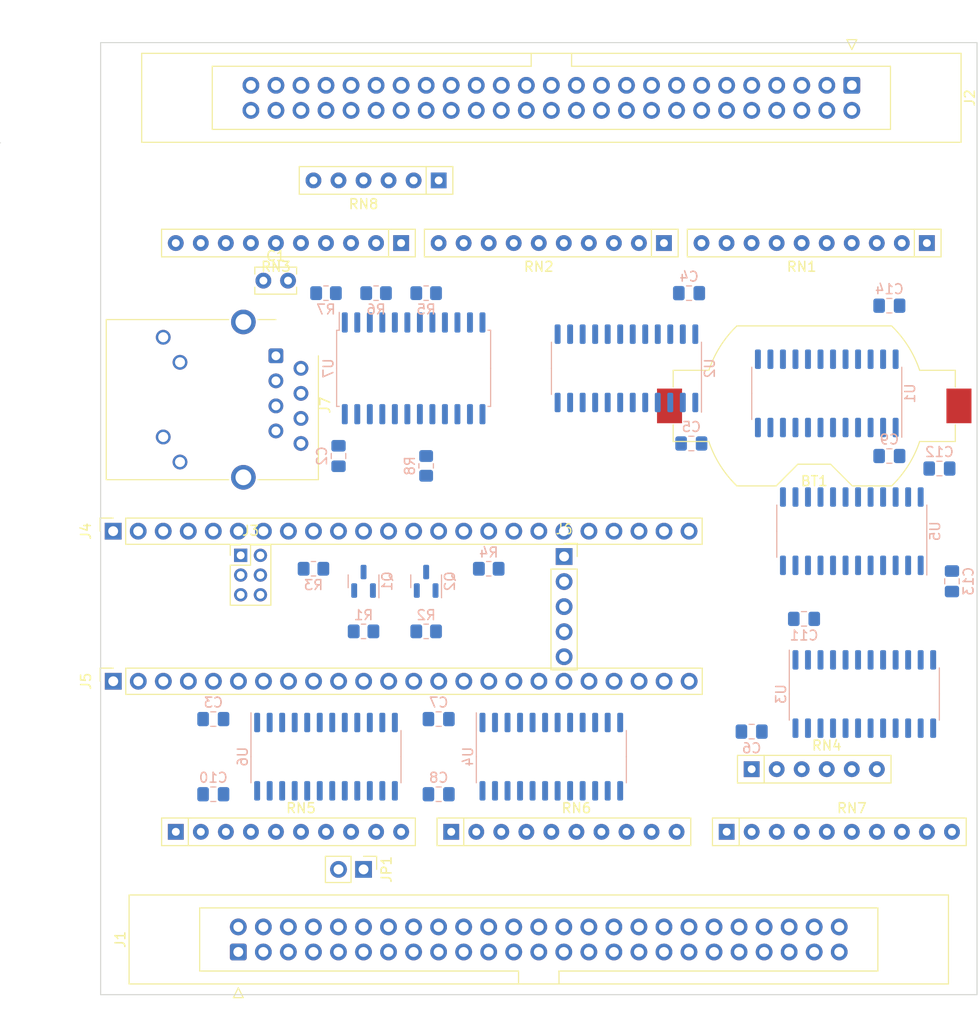
<source format=kicad_pcb>
(kicad_pcb (version 20211014) (generator pcbnew)
  (layers (0 "F.Cu" signal) (31 "B.Cu" signal) (34 "B.Paste" user) (35 "F.Paste" user) (36 "B.SilkS" user "B.Silkscreen") (37 "F.SilkS" user "F.Silkscreen") (38 "B.Mask" user) (39 "F.Mask" user) (44 "Edge.Cuts" user))
  (net 0 "")
  (net 1 "GNDREF")
  (net 2 "IFBY")
  (net 3 "ILWD")
  (net 4 "IW4")
  (net 5 "IGO")
  (net 6 "IW0")
  (net 7 "IW1")
  (net 8 "ISGL")
  (net 9 "ILOL")
  (net 10 "IREV")
  (net 11 "IREW")
  (net 12 "IWP")
  (net 13 "IW7")
  (net 14 "IW3")
  (net 15 "IW6")
  (net 16 "IW2")
  (net 17 "IW5")
  (net 18 "IWRT")
  (net 19 "IRTH2")
  (net 20 "IEDIT")
  (net 21 "IERASE")
  (net 22 "IWFM")
  (net 23 "IRTH1")
  (net 24 "ITAD0")
  (net 25 "IR2")
  (net 26 "IR3")
  (net 27 "IRP")
  (net 28 "IR0")
  (net 29 "IR1")
  (net 30 "ILDP")
  (net 31 "IR4")
  (net 32 "IR7")
  (net 33 "IR6")
  (net 34 "IHER")
  (net 35 "IFMK")
  (net 36 "IDENT")
  (net 37 "IFEN")
  (net 38 "IR5")
  (net 39 "IEOT")
  (net 40 "IOFL")
  (net 41 "INRZ")
  (net 42 "IRDY")
  (net 43 "IRWD")
  (net 44 "IFPT")
  (net 45 "IRSTR")
  (net 46 "IWSTR")
  (net 47 "IDBY")
  (net 48 "ISPEED")
  (net 49 "ICER")
  (net 50 "IONL")
  (net 51 "ITAD1")
  (net 52 "IFAD")
  (net 53 "IDEN")
  (net 54 "Net-(BT1-Pad1)")
  (net 55 "+3V3")
  (net 56 "ETHERNET_TM")
  (net 57 "+5V")
  (net 58 "ETHERNET_TP")
  (net 59 "ETHERNET_LED")
  (net 60 "ETHERNET_G")
  (net 61 "ETHERNET_RP")
  (net 62 "ETHERNET_RM")
  (net 63 "Net-(C1-Pad1)")
  (net 64 "Net-(Q1-Pad3)")
  (net 65 "LVIW6")
  (net 66 "Net-(Q2-Pad3)")
  (net 67 "LVIW7")
  (net 68 "Net-(R6-Pad1)")
  (net 69 "Net-(R5-Pad1)")
  (net 70 "LVIW4")
  (net 79 "LVIW5")
  (net 85 "Net-(R8-Pad1)")
  (net 86 "LVIR7")
  (net 87 "LVIR6")
  (net 88 "LVIR1")
  (net 89 "LVIR0")
  (net 90 "LVIR4")
  (net 91 "LVIR5")
  (net 92 "LVILWD")
  (net 93 "LVIR2")
  (net 94 "LVIR3")
  (net 95 "LVIW2")
  (net 96 "LVIW3")
  (net 97 "LVIWSTR")
  (net 98 "LVIRSTR")
  (net 99 "LVIHER")
  (net 100 "LVICER")
  (net 101 "LVIFBY")
  (net 102 "LVIFMK")
  (net 103 "LVIRP")
  (net 104 "LVIRDY")
  (net 105 "DIRA")
  (net 107 "LVIDBY")
  (net 108 "~{LPI2C4_INT}")
  (net 109 "LVIGO")
  (net 110 "LVIWP")
  (net 111 "LVIREW")
  (net 112 "LVIREV")
  (net 113 "LVIWRT")
  (net 114 "LVIEDIT")
  (net 115 "LVIERASE")
  (net 116 "LPI2C4_SCL")
  (net 117 "LPI2C4_SDA")
  (net 118 "LVIW1")
  (net 119 "LVIW0")
  (net 120 "DIRB")
  (net 121 "OEA")
  (net 122 "LVIOFL")
  (net 123 "LVIEOT")
  (net 124 "LVIWFM")
  (net 125 "Net-(JP1-Pad2)")
  (footprint "pertec_arduino_adapter:RJ45_Cetus_J1B1211CCD_Horizontal" (layer "F.Cu") (at 104.14 69.85 -90)
    (fp_text reference "J7")
    (fp_text value "RJ45_Cetus_J1B1211CCD")
  )
  (footprint "pertec_arduino_adapter:PinSocket_1x24_P2.54mm_Vertical" (layer "F.Cu") (at 87.63 87.63 90)
    (fp_text reference "J4")
    (fp_text value "Conn_01x24")
  )
  (footprint "pertec_arduino_adapter:IDC-Header_2x25_P2.54mm_Latch_Vertical" (layer "F.Cu") (at 100.325 130.2925 90)
    (fp_text reference "J1")
    (fp_text value "Conn_02x25_Odd_Even")
  )
  (footprint "pertec_arduino_adapter:PinSocket_2x03_P2.00mm_Vertical_Mirror" (layer "F.Cu") (at 100.6 90.08)
    (fp_text reference "J3")
    (fp_text value "Conn_02x03_Odd_Even")
  )
  (footprint "pertec_arduino_adapter:R_Array_SIP10" (layer "F.Cu") (at 93.985 118.11)
    (fp_text reference "RN5")
    (fp_text value "R1=220Ω, R2=330Ω")
  )
  (footprint "pertec_arduino_adapter:PinSocket_1x24_P2.54mm_Vertical" (layer "F.Cu") (at 87.64 102.845 90)
    (fp_text reference "J5")
    (fp_text value "Conn_01x24")
  )
  (footprint "pertec_arduino_adapter:BatteryHolder_Keystone_1058_1x2032" (layer "F.Cu") (at 158.75 74.93)
    (fp_text reference "BT1")
    (fp_text value "CR2032")
  )
  (footprint "pertec_arduino_adapter:R_Array_SIP10" (layer "F.Cu") (at 170.175 58.42 180)
    (fp_text reference "RN1")
    (fp_text value "R1=220Ω, R2=330Ω")
  )
  (footprint "pertec_arduino_adapter:R_Array_SIP6" (layer "F.Cu") (at 152.4 111.76)
    (fp_text reference "RN4")
    (fp_text value "R1=220Ω, R2=330Ω")
  )
  (footprint "pertec_arduino_adapter:R_Array_SIP10" (layer "F.Cu") (at 149.865 118.11)
    (fp_text reference "RN7")
    (fp_text value "R1=220Ω, R2=330Ω")
  )
  (footprint "pertec_arduino_adapter:C_Rect_L4.0mm_W2.5mm_P2.50mm" (layer "F.Cu") (at 102.87 62.23)
    (fp_text reference "C1")
    (fp_text value "0.1 μF")
  )
  (footprint "pertec_arduino_adapter:R_Array_SIP6" (layer "F.Cu") (at 120.65 52.07 180)
    (fp_text reference "RN8")
    (fp_text value "R1=220Ω, R2=330Ω")
  )
  (footprint "pertec_arduino_adapter:R_Array_SIP10" (layer "F.Cu") (at 143.505 58.42 180)
    (fp_text reference "RN2")
    (fp_text value "R1=220Ω, R2=330Ω")
  )
  (footprint "pertec_arduino_adapter:R_Array_SIP10" (layer "F.Cu") (at 116.84 58.42 180)
    (fp_text reference "RN3")
    (fp_text value "R1=220Ω, R2=330Ω")
  )
  (footprint "pertec_arduino_adapter:PinSocket_1x05_P2.54mm_Vertical" (layer "F.Cu") (at 133.375 90.2)
    (fp_text reference "J6")
    (fp_text value "Conn_01x05")
  )
  (footprint "pertec_arduino_adapter:R_Array_SIP10" (layer "F.Cu") (at 121.925 118.11)
    (fp_text reference "RN6")
    (fp_text value "R1=220Ω, R2=330Ω")
  )
  (footprint "pertec_arduino_adapter:IDC-Header_2x25_P2.54mm_Latch_Vertical" (layer "F.Cu") (at 162.565 42.4275 -90)
    (fp_text reference "J2")
    (fp_text value "Conn_02x25_Odd_Even")
  )
  (footprint "pertec_arduino_adapter:PinHeader_1x02_P2.54mm_Vertical" (layer "F.Cu") (at 113.03 121.92 -90)
    (fp_text reference "JP1")
    (fp_text value "ISGL/SPCMD1")
  )
  (footprint "pertec_arduino_adapter:R_0805_2012Metric_Pad1.20x1.40mm_HandSolder" (layer "B.Cu") (at 119.38 63.5)
    (fp_text reference "R5")
    (fp_text value "10 kΩ")
  )
  (footprint "pertec_arduino_adapter:R_0805_2012Metric_Pad1.20x1.40mm_HandSolder" (layer "B.Cu") (at 119.38 97.79 180)
    (fp_text reference "R2")
    (fp_text value "10 kΩ")
  )
  (footprint "pertec_arduino_adapter:C_0805_2012Metric_Pad1.18x1.45mm_HandSolder" (layer "B.Cu") (at 120.65 106.68 180)
    (fp_text reference "C7")
    (fp_text value "0.1 μF")
  )
  (footprint "pertec_arduino_adapter:C_0805_2012Metric_Pad1.18x1.45mm_HandSolder" (layer "B.Cu") (at 97.79 114.3 180)
    (fp_text reference "C10")
    (fp_text value "0.1 μF")
  )
  (footprint "pertec_arduino_adapter:SOIC-24W_7.5x15.4mm_P1.27mm" (layer "B.Cu") (at 118.11 71.12 -90)
    (fp_text reference "U7")
    (fp_text value "PCA9535DBR")
  )
  (footprint "pertec_arduino_adapter:C_0805_2012Metric_Pad1.18x1.45mm_HandSolder" (layer "B.Cu") (at 146.2825 78.74 180)
    (fp_text reference "C5")
    (fp_text value "0.1 μF")
  )
  (footprint "pertec_arduino_adapter:R_0805_2012Metric_Pad1.20x1.40mm_HandSolder" (layer "B.Cu") (at 119.38 81.01 -90)
    (fp_text reference "R8")
    (fp_text value "10 kΩ")
  )
  (footprint "pertec_arduino_adapter:C_0805_2012Metric_Pad1.18x1.45mm_HandSolder" (layer "B.Cu") (at 97.79 106.68 180)
    (fp_text reference "C3")
    (fp_text value "0.1 μF")
  )
  (footprint "pertec_arduino_adapter:SO-24_5.3x15mm_P1.27mm" (layer "B.Cu") (at 132.08 110.49 -90)
    (fp_text reference "U4")
    (fp_text value "SN74LVC8T245NSR")
  )
  (footprint "pertec_arduino_adapter:C_0805_2012Metric_Pad1.18x1.45mm_HandSolder" (layer "B.Cu") (at 166.37 64.77 180)
    (fp_text reference "C14")
    (fp_text value "0.1 μF")
  )
  (footprint "pertec_arduino_adapter:R_0805_2012Metric_Pad1.20x1.40mm_HandSolder" (layer "B.Cu") (at 113.03 97.79 180)
    (fp_text reference "R1")
    (fp_text value "10 kΩ")
  )
  (footprint "pertec_arduino_adapter:SOT-23" (layer "B.Cu") (at 113.03 92.71 90)
    (fp_text reference "Q1")
    (fp_text value "BSS138")
  )
  (footprint "pertec_arduino_adapter:SO-24_5.3x15mm_P1.27mm" (layer "B.Cu") (at 139.7 71.12 90)
    (fp_text reference "U2")
    (fp_text value "SN74LVC8T245NSR")
  )
  (footprint "pertec_arduino_adapter:C_0805_2012Metric_Pad1.18x1.45mm_HandSolder" (layer "B.Cu") (at 120.65 114.3 180)
    (fp_text reference "C8")
    (fp_text value "0.1 μF")
  )
  (footprint "pertec_arduino_adapter:R_0805_2012Metric_Pad1.20x1.40mm_HandSolder" (layer "B.Cu") (at 125.73 91.44 180)
    (fp_text reference "R4")
    (fp_text value "10 kΩ")
  )
  (footprint "pertec_arduino_adapter:R_0805_2012Metric_Pad1.20x1.40mm_HandSolder" (layer "B.Cu") (at 109.22 63.5)
    (fp_text reference "R7")
    (fp_text value "10 kΩ")
  )
  (footprint "pertec_arduino_adapter:C_0805_2012Metric_Pad1.18x1.45mm_HandSolder" (layer "B.Cu") (at 157.7125 96.52)
    (fp_text reference "C11")
    (fp_text value "0.1 μF")
  )
  (footprint "pertec_arduino_adapter:SO-24_5.3x15mm_P1.27mm" (layer "B.Cu") (at 162.56 87.63 90)
    (fp_text reference "U5")
    (fp_text value "SN74LVC8T245NSR")
  )
  (footprint "pertec_arduino_adapter:SOT-23" (layer "B.Cu") (at 119.38 92.71 90)
    (fp_text reference "Q2")
    (fp_text value "BSS138")
  )
  (footprint "pertec_arduino_adapter:SO-24_5.3x15mm_P1.27mm" (layer "B.Cu") (at 160.02 73.66 90)
    (fp_text reference "U1")
    (fp_text value "SN74LVC8T245NSR")
  )
  (footprint "pertec_arduino_adapter:SO-24_5.3x15mm_P1.27mm" (layer "B.Cu") (at 109.22 110.49 -90)
    (fp_text reference "U6")
    (fp_text value "SN74LVC8T245NSR")
  )
  (footprint "pertec_arduino_adapter:C_0805_2012Metric_Pad1.18x1.45mm_HandSolder" (layer "B.Cu") (at 166.37 80.01 180)
    (fp_text reference "C9")
    (fp_text value "0.1 μF")
  )
  (footprint "pertec_arduino_adapter:R_0805_2012Metric_Pad1.20x1.40mm_HandSolder" (layer "B.Cu") (at 107.95 91.44)
    (fp_text reference "R3")
    (fp_text value "10 kΩ")
  )
  (footprint "pertec_arduino_adapter:R_0805_2012Metric_Pad1.20x1.40mm_HandSolder" (layer "B.Cu") (at 114.3 63.5)
    (fp_text reference "R6")
    (fp_text value "10 kΩ")
  )
  (footprint "pertec_arduino_adapter:C_0805_2012Metric_Pad1.18x1.45mm_HandSolder" (layer "B.Cu") (at 172.72 92.71 90)
    (fp_text reference "C13")
    (fp_text value "0.1 μF")
  )
  (footprint "pertec_arduino_adapter:C_0805_2012Metric_Pad1.18x1.45mm_HandSolder" (layer "B.Cu") (at 146.05 63.5 180)
    (fp_text reference "C4")
    (fp_text value "0.1 μF")
  )
  (footprint "pertec_arduino_adapter:SO-24_5.3x15mm_P1.27mm" (layer "B.Cu") (at 163.83 104.14 -90)
    (fp_text reference "U3")
    (fp_text value "SN74LVC8T245NSR")
  )
  (footprint "pertec_arduino_adapter:C_0805_2012Metric_Pad1.18x1.45mm_HandSolder" (layer "B.Cu") (at 152.4 107.95)
    (fp_text reference "C6")
    (fp_text value "0.1 μF")
  )
  (footprint "pertec_arduino_adapter:C_0805_2012Metric_Pad1.18x1.45mm_HandSolder" (layer "B.Cu") (at 110.49 80.01 -90)
    (fp_text reference "C2")
    (fp_text value "0.1 μF")
  )
  (footprint "pertec_arduino_adapter:C_0805_2012Metric_Pad1.18x1.45mm_HandSolder" (layer "B.Cu") (at 171.45 81.28 180)
    (fp_text reference "C12")
    (fp_text value "0.1 μF")
  )
  (gr_line (start 86.36 134.62) (end 86.36 38.1) (layer "Edge.Cuts") (width 0.1))
  (gr_line (start 86.36 38.1) (end 175.26 38.1) (layer "Edge.Cuts") (width 0.1))
  (gr_line (start 175.26 38.1) (end 175.26 134.62) (layer "Edge.Cuts") (width 0.1))
  (gr_line (start 76.2 48.26) (end 76.2 48.26) (layer "Edge.Cuts") (width 0.1))
  (gr_line (start 175.26 134.62) (end 86.36 134.62) (layer "Edge.Cuts") (width 0.1))
)
</source>
